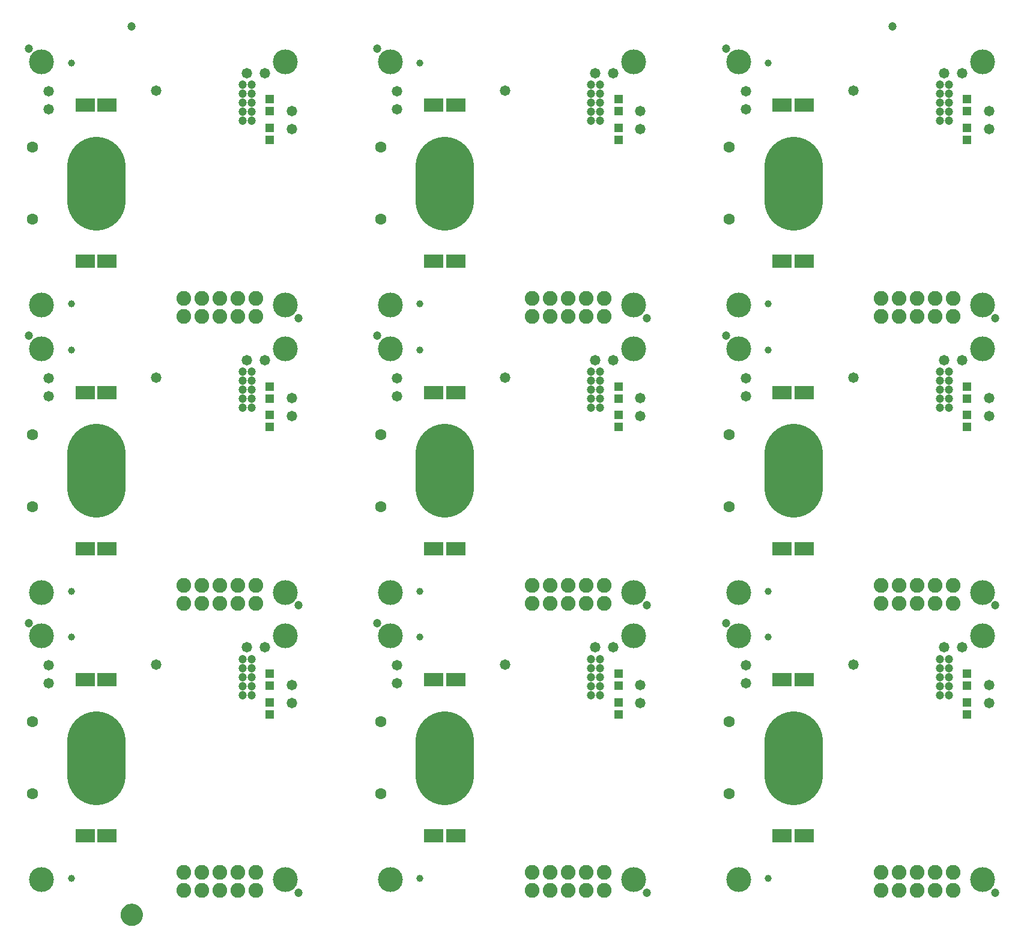
<source format=gbs>
G75*
%MOIN*%
%OFA0B0*%
%FSLAX25Y25*%
%IPPOS*%
%LPD*%
%AMOC8*
5,1,8,0,0,1.08239X$1,22.5*
%
%ADD10C,0.06312*%
%ADD11R,0.10800X0.07800*%
%ADD12C,0.32296*%
%ADD13C,0.13800*%
%ADD14C,0.04737*%
%ADD15C,0.08200*%
%ADD16R,0.04737X0.05131*%
%ADD17C,0.05800*%
%ADD18C,0.03950*%
%ADD19C,0.05000*%
%ADD20C,0.06706*%
D10*
X0085302Y0114921D03*
X0085302Y0154921D03*
X0085302Y0274402D03*
X0085302Y0314402D03*
X0085302Y0433882D03*
X0085302Y0473882D03*
X0278782Y0473882D03*
X0278782Y0433882D03*
X0278782Y0314402D03*
X0278782Y0274402D03*
X0278782Y0154921D03*
X0278782Y0114921D03*
X0472262Y0114921D03*
X0472262Y0154921D03*
X0472262Y0274402D03*
X0472262Y0314402D03*
X0472262Y0433882D03*
X0472262Y0473882D03*
D11*
X0501593Y0497189D03*
X0513798Y0497189D03*
X0513798Y0410575D03*
X0501593Y0410575D03*
X0501593Y0337709D03*
X0513798Y0337709D03*
X0513798Y0251094D03*
X0501593Y0251094D03*
X0501593Y0178228D03*
X0513798Y0178228D03*
X0513798Y0091614D03*
X0501593Y0091614D03*
X0320318Y0091614D03*
X0308113Y0091614D03*
X0308113Y0178228D03*
X0320318Y0178228D03*
X0320318Y0251094D03*
X0308113Y0251094D03*
X0308113Y0337709D03*
X0320318Y0337709D03*
X0320318Y0410575D03*
X0308113Y0410575D03*
X0308113Y0497189D03*
X0320318Y0497189D03*
X0126837Y0497189D03*
X0114633Y0497189D03*
X0114633Y0410575D03*
X0126837Y0410575D03*
X0126837Y0337709D03*
X0114633Y0337709D03*
X0114633Y0251094D03*
X0126837Y0251094D03*
X0126837Y0178228D03*
X0114633Y0178228D03*
X0114633Y0091614D03*
X0126837Y0091614D03*
D12*
X0120735Y0125079D02*
X0120735Y0144763D01*
X0314215Y0144763D02*
X0314215Y0125079D01*
X0507696Y0125079D02*
X0507696Y0144763D01*
X0507696Y0284560D02*
X0507696Y0304244D01*
X0314215Y0304244D02*
X0314215Y0284560D01*
X0120735Y0284560D02*
X0120735Y0304244D01*
X0120735Y0444040D02*
X0120735Y0463724D01*
X0314215Y0463724D02*
X0314215Y0444040D01*
X0507696Y0444040D02*
X0507696Y0463724D01*
D13*
X0090532Y0067317D03*
X0225741Y0067317D03*
X0284012Y0067317D03*
X0419221Y0067317D03*
X0477492Y0067317D03*
X0612702Y0067317D03*
X0612702Y0202526D03*
X0612702Y0226797D03*
X0477492Y0226797D03*
X0477492Y0202526D03*
X0419221Y0202526D03*
X0419221Y0226797D03*
X0284012Y0226797D03*
X0284012Y0202526D03*
X0225741Y0202526D03*
X0225741Y0226797D03*
X0090532Y0226797D03*
X0090532Y0202526D03*
X0090532Y0362006D03*
X0090532Y0386277D03*
X0225741Y0386277D03*
X0225741Y0362006D03*
X0284012Y0362006D03*
X0284012Y0386277D03*
X0419221Y0386277D03*
X0419221Y0362006D03*
X0477492Y0362006D03*
X0477492Y0386277D03*
X0612702Y0386277D03*
X0612702Y0362006D03*
X0612702Y0521486D03*
X0477492Y0521486D03*
X0419221Y0521486D03*
X0284012Y0521486D03*
X0225741Y0521486D03*
X0090532Y0521486D03*
D14*
X0083333Y0528685D03*
X0140396Y0540872D03*
X0202093Y0508764D03*
X0207093Y0508764D03*
X0207093Y0503764D03*
X0202093Y0503764D03*
X0202093Y0498764D03*
X0207093Y0498764D03*
X0207093Y0493764D03*
X0202093Y0493764D03*
X0202093Y0488764D03*
X0207093Y0488764D03*
X0276814Y0528685D03*
X0395573Y0508764D03*
X0395573Y0503764D03*
X0395573Y0498764D03*
X0395573Y0493764D03*
X0395573Y0488764D03*
X0400573Y0488764D03*
X0400573Y0493764D03*
X0400573Y0498764D03*
X0400573Y0503764D03*
X0400573Y0508764D03*
X0470294Y0528685D03*
X0562837Y0540872D03*
X0589054Y0508764D03*
X0594054Y0508764D03*
X0594054Y0503764D03*
X0589054Y0503764D03*
X0589054Y0498764D03*
X0594054Y0498764D03*
X0594054Y0493764D03*
X0589054Y0493764D03*
X0589054Y0488764D03*
X0594054Y0488764D03*
X0619900Y0379079D03*
X0594054Y0349283D03*
X0594054Y0344283D03*
X0594054Y0339283D03*
X0594054Y0334283D03*
X0594054Y0329283D03*
X0589054Y0329283D03*
X0589054Y0334283D03*
X0589054Y0339283D03*
X0589054Y0344283D03*
X0589054Y0349283D03*
X0470294Y0369205D03*
X0426420Y0379079D03*
X0400573Y0349283D03*
X0395573Y0349283D03*
X0395573Y0344283D03*
X0395573Y0339283D03*
X0395573Y0334283D03*
X0395573Y0329283D03*
X0400573Y0329283D03*
X0400573Y0334283D03*
X0400573Y0339283D03*
X0400573Y0344283D03*
X0276814Y0369205D03*
X0232940Y0379079D03*
X0207093Y0349283D03*
X0207093Y0344283D03*
X0207093Y0339283D03*
X0207093Y0334283D03*
X0207093Y0329283D03*
X0202093Y0329283D03*
X0202093Y0334283D03*
X0202093Y0339283D03*
X0202093Y0344283D03*
X0202093Y0349283D03*
X0083333Y0369205D03*
X0232940Y0219598D03*
X0207093Y0189803D03*
X0202093Y0189803D03*
X0202093Y0184803D03*
X0202093Y0179803D03*
X0202093Y0174803D03*
X0202093Y0169803D03*
X0207093Y0169803D03*
X0207093Y0174803D03*
X0207093Y0179803D03*
X0207093Y0184803D03*
X0276814Y0209724D03*
X0395573Y0189803D03*
X0395573Y0184803D03*
X0395573Y0179803D03*
X0395573Y0174803D03*
X0395573Y0169803D03*
X0400573Y0169803D03*
X0400573Y0174803D03*
X0400573Y0179803D03*
X0400573Y0184803D03*
X0400573Y0189803D03*
X0426420Y0219598D03*
X0470294Y0209724D03*
X0589054Y0189803D03*
X0594054Y0189803D03*
X0594054Y0184803D03*
X0594054Y0179803D03*
X0594054Y0174803D03*
X0594054Y0169803D03*
X0589054Y0169803D03*
X0589054Y0174803D03*
X0589054Y0179803D03*
X0589054Y0184803D03*
X0619900Y0219598D03*
X0619900Y0060118D03*
X0426420Y0060118D03*
X0232940Y0060118D03*
X0083333Y0209724D03*
D15*
X0169396Y0220661D03*
X0179396Y0220661D03*
X0189396Y0220661D03*
X0199396Y0220661D03*
X0209396Y0220661D03*
X0209396Y0230661D03*
X0199396Y0230661D03*
X0189396Y0230661D03*
X0179396Y0230661D03*
X0169396Y0230661D03*
X0362877Y0230661D03*
X0362877Y0220661D03*
X0372877Y0220661D03*
X0382877Y0220661D03*
X0392877Y0220661D03*
X0402877Y0220661D03*
X0402877Y0230661D03*
X0392877Y0230661D03*
X0382877Y0230661D03*
X0372877Y0230661D03*
X0556357Y0230661D03*
X0566357Y0230661D03*
X0576357Y0230661D03*
X0576357Y0220661D03*
X0566357Y0220661D03*
X0556357Y0220661D03*
X0586357Y0220661D03*
X0596357Y0220661D03*
X0596357Y0230661D03*
X0586357Y0230661D03*
X0586357Y0380142D03*
X0596357Y0380142D03*
X0596357Y0390142D03*
X0586357Y0390142D03*
X0576357Y0390142D03*
X0566357Y0390142D03*
X0556357Y0390142D03*
X0556357Y0380142D03*
X0566357Y0380142D03*
X0576357Y0380142D03*
X0402877Y0380142D03*
X0392877Y0380142D03*
X0382877Y0380142D03*
X0372877Y0380142D03*
X0372877Y0390142D03*
X0382877Y0390142D03*
X0392877Y0390142D03*
X0402877Y0390142D03*
X0362877Y0390142D03*
X0362877Y0380142D03*
X0209396Y0380142D03*
X0199396Y0380142D03*
X0189396Y0380142D03*
X0179396Y0380142D03*
X0169396Y0380142D03*
X0169396Y0390142D03*
X0179396Y0390142D03*
X0189396Y0390142D03*
X0199396Y0390142D03*
X0209396Y0390142D03*
X0209396Y0071181D03*
X0199396Y0071181D03*
X0189396Y0071181D03*
X0179396Y0071181D03*
X0169396Y0071181D03*
X0169396Y0061181D03*
X0179396Y0061181D03*
X0189396Y0061181D03*
X0199396Y0061181D03*
X0209396Y0061181D03*
X0362877Y0061181D03*
X0372877Y0061181D03*
X0382877Y0061181D03*
X0392877Y0061181D03*
X0402877Y0061181D03*
X0402877Y0071181D03*
X0392877Y0071181D03*
X0382877Y0071181D03*
X0372877Y0071181D03*
X0362877Y0071181D03*
X0556357Y0071181D03*
X0566357Y0071181D03*
X0576357Y0071181D03*
X0576357Y0061181D03*
X0566357Y0061181D03*
X0556357Y0061181D03*
X0586357Y0061181D03*
X0596357Y0061181D03*
X0596357Y0071181D03*
X0586357Y0071181D03*
D16*
X0604152Y0159134D03*
X0604152Y0165827D03*
X0604152Y0174882D03*
X0604152Y0181575D03*
X0604152Y0318614D03*
X0604152Y0325307D03*
X0604152Y0334362D03*
X0604152Y0341055D03*
X0604152Y0478094D03*
X0604152Y0484787D03*
X0604152Y0493842D03*
X0604152Y0500535D03*
X0410672Y0500535D03*
X0410672Y0493842D03*
X0410672Y0484787D03*
X0410672Y0478094D03*
X0410672Y0341055D03*
X0410672Y0334362D03*
X0410672Y0325307D03*
X0410672Y0318614D03*
X0410672Y0181575D03*
X0410672Y0174882D03*
X0410672Y0165827D03*
X0410672Y0159134D03*
X0217192Y0159134D03*
X0217192Y0165827D03*
X0217192Y0174882D03*
X0217192Y0181575D03*
X0217192Y0318614D03*
X0217192Y0325307D03*
X0217192Y0334362D03*
X0217192Y0341055D03*
X0217192Y0478094D03*
X0217192Y0484787D03*
X0217192Y0493842D03*
X0217192Y0500535D03*
D17*
X0229396Y0494142D03*
X0229396Y0484142D03*
X0214396Y0515142D03*
X0204396Y0515142D03*
X0154199Y0505463D03*
X0094396Y0505142D03*
X0094396Y0495142D03*
X0204396Y0355661D03*
X0214396Y0355661D03*
X0229396Y0334661D03*
X0229396Y0324661D03*
X0287877Y0335661D03*
X0287877Y0345661D03*
X0347680Y0345983D03*
X0397877Y0355661D03*
X0407877Y0355661D03*
X0422877Y0334661D03*
X0422877Y0324661D03*
X0481357Y0335661D03*
X0481357Y0345661D03*
X0541160Y0345983D03*
X0591357Y0355661D03*
X0601357Y0355661D03*
X0616357Y0334661D03*
X0616357Y0324661D03*
X0601357Y0196181D03*
X0591357Y0196181D03*
X0616357Y0175181D03*
X0616357Y0165181D03*
X0541160Y0186502D03*
X0481357Y0186181D03*
X0481357Y0176181D03*
X0422877Y0175181D03*
X0422877Y0165181D03*
X0407877Y0196181D03*
X0397877Y0196181D03*
X0347680Y0186502D03*
X0287877Y0186181D03*
X0287877Y0176181D03*
X0229396Y0175181D03*
X0229396Y0165181D03*
X0214396Y0196181D03*
X0204396Y0196181D03*
X0154199Y0186502D03*
X0094396Y0186181D03*
X0094396Y0176181D03*
X0094396Y0335661D03*
X0094396Y0345661D03*
X0154199Y0345983D03*
X0287877Y0495142D03*
X0287877Y0505142D03*
X0347680Y0505463D03*
X0397877Y0515142D03*
X0407877Y0515142D03*
X0422877Y0494142D03*
X0422877Y0484142D03*
X0481357Y0495142D03*
X0481357Y0505142D03*
X0541160Y0505463D03*
X0591357Y0515142D03*
X0601357Y0515142D03*
X0616357Y0494142D03*
X0616357Y0484142D03*
D18*
X0493916Y0520811D03*
X0493916Y0386953D03*
X0493916Y0361331D03*
X0493916Y0227472D03*
X0493916Y0201850D03*
X0493916Y0067992D03*
X0300436Y0067992D03*
X0300436Y0201850D03*
X0300436Y0227472D03*
X0300436Y0361331D03*
X0300436Y0386953D03*
X0300436Y0520811D03*
X0106955Y0520811D03*
X0106955Y0386953D03*
X0106955Y0361331D03*
X0106955Y0227472D03*
X0106955Y0201850D03*
X0106955Y0067992D03*
D19*
X0136831Y0047931D02*
X0136833Y0048050D01*
X0136839Y0048169D01*
X0136849Y0048288D01*
X0136863Y0048406D01*
X0136881Y0048524D01*
X0136902Y0048641D01*
X0136928Y0048757D01*
X0136958Y0048873D01*
X0136991Y0048987D01*
X0137028Y0049100D01*
X0137069Y0049212D01*
X0137114Y0049323D01*
X0137162Y0049432D01*
X0137214Y0049539D01*
X0137270Y0049644D01*
X0137329Y0049748D01*
X0137391Y0049849D01*
X0137457Y0049949D01*
X0137526Y0050046D01*
X0137598Y0050140D01*
X0137674Y0050233D01*
X0137752Y0050322D01*
X0137833Y0050409D01*
X0137918Y0050494D01*
X0138005Y0050575D01*
X0138094Y0050653D01*
X0138187Y0050729D01*
X0138281Y0050801D01*
X0138378Y0050870D01*
X0138478Y0050936D01*
X0138579Y0050998D01*
X0138683Y0051057D01*
X0138788Y0051113D01*
X0138895Y0051165D01*
X0139004Y0051213D01*
X0139115Y0051258D01*
X0139227Y0051299D01*
X0139340Y0051336D01*
X0139454Y0051369D01*
X0139570Y0051399D01*
X0139686Y0051425D01*
X0139803Y0051446D01*
X0139921Y0051464D01*
X0140039Y0051478D01*
X0140158Y0051488D01*
X0140277Y0051494D01*
X0140396Y0051496D01*
X0140515Y0051494D01*
X0140634Y0051488D01*
X0140753Y0051478D01*
X0140871Y0051464D01*
X0140989Y0051446D01*
X0141106Y0051425D01*
X0141222Y0051399D01*
X0141338Y0051369D01*
X0141452Y0051336D01*
X0141565Y0051299D01*
X0141677Y0051258D01*
X0141788Y0051213D01*
X0141897Y0051165D01*
X0142004Y0051113D01*
X0142109Y0051057D01*
X0142213Y0050998D01*
X0142314Y0050936D01*
X0142414Y0050870D01*
X0142511Y0050801D01*
X0142605Y0050729D01*
X0142698Y0050653D01*
X0142787Y0050575D01*
X0142874Y0050494D01*
X0142959Y0050409D01*
X0143040Y0050322D01*
X0143118Y0050233D01*
X0143194Y0050140D01*
X0143266Y0050046D01*
X0143335Y0049949D01*
X0143401Y0049849D01*
X0143463Y0049748D01*
X0143522Y0049644D01*
X0143578Y0049539D01*
X0143630Y0049432D01*
X0143678Y0049323D01*
X0143723Y0049212D01*
X0143764Y0049100D01*
X0143801Y0048987D01*
X0143834Y0048873D01*
X0143864Y0048757D01*
X0143890Y0048641D01*
X0143911Y0048524D01*
X0143929Y0048406D01*
X0143943Y0048288D01*
X0143953Y0048169D01*
X0143959Y0048050D01*
X0143961Y0047931D01*
X0143959Y0047812D01*
X0143953Y0047693D01*
X0143943Y0047574D01*
X0143929Y0047456D01*
X0143911Y0047338D01*
X0143890Y0047221D01*
X0143864Y0047105D01*
X0143834Y0046989D01*
X0143801Y0046875D01*
X0143764Y0046762D01*
X0143723Y0046650D01*
X0143678Y0046539D01*
X0143630Y0046430D01*
X0143578Y0046323D01*
X0143522Y0046218D01*
X0143463Y0046114D01*
X0143401Y0046013D01*
X0143335Y0045913D01*
X0143266Y0045816D01*
X0143194Y0045722D01*
X0143118Y0045629D01*
X0143040Y0045540D01*
X0142959Y0045453D01*
X0142874Y0045368D01*
X0142787Y0045287D01*
X0142698Y0045209D01*
X0142605Y0045133D01*
X0142511Y0045061D01*
X0142414Y0044992D01*
X0142314Y0044926D01*
X0142213Y0044864D01*
X0142109Y0044805D01*
X0142004Y0044749D01*
X0141897Y0044697D01*
X0141788Y0044649D01*
X0141677Y0044604D01*
X0141565Y0044563D01*
X0141452Y0044526D01*
X0141338Y0044493D01*
X0141222Y0044463D01*
X0141106Y0044437D01*
X0140989Y0044416D01*
X0140871Y0044398D01*
X0140753Y0044384D01*
X0140634Y0044374D01*
X0140515Y0044368D01*
X0140396Y0044366D01*
X0140277Y0044368D01*
X0140158Y0044374D01*
X0140039Y0044384D01*
X0139921Y0044398D01*
X0139803Y0044416D01*
X0139686Y0044437D01*
X0139570Y0044463D01*
X0139454Y0044493D01*
X0139340Y0044526D01*
X0139227Y0044563D01*
X0139115Y0044604D01*
X0139004Y0044649D01*
X0138895Y0044697D01*
X0138788Y0044749D01*
X0138683Y0044805D01*
X0138579Y0044864D01*
X0138478Y0044926D01*
X0138378Y0044992D01*
X0138281Y0045061D01*
X0138187Y0045133D01*
X0138094Y0045209D01*
X0138005Y0045287D01*
X0137918Y0045368D01*
X0137833Y0045453D01*
X0137752Y0045540D01*
X0137674Y0045629D01*
X0137598Y0045722D01*
X0137526Y0045816D01*
X0137457Y0045913D01*
X0137391Y0046013D01*
X0137329Y0046114D01*
X0137270Y0046218D01*
X0137214Y0046323D01*
X0137162Y0046430D01*
X0137114Y0046539D01*
X0137069Y0046650D01*
X0137028Y0046762D01*
X0136991Y0046875D01*
X0136958Y0046989D01*
X0136928Y0047105D01*
X0136902Y0047221D01*
X0136881Y0047338D01*
X0136863Y0047456D01*
X0136849Y0047574D01*
X0136839Y0047693D01*
X0136833Y0047812D01*
X0136831Y0047931D01*
D20*
X0140396Y0047931D03*
M02*

</source>
